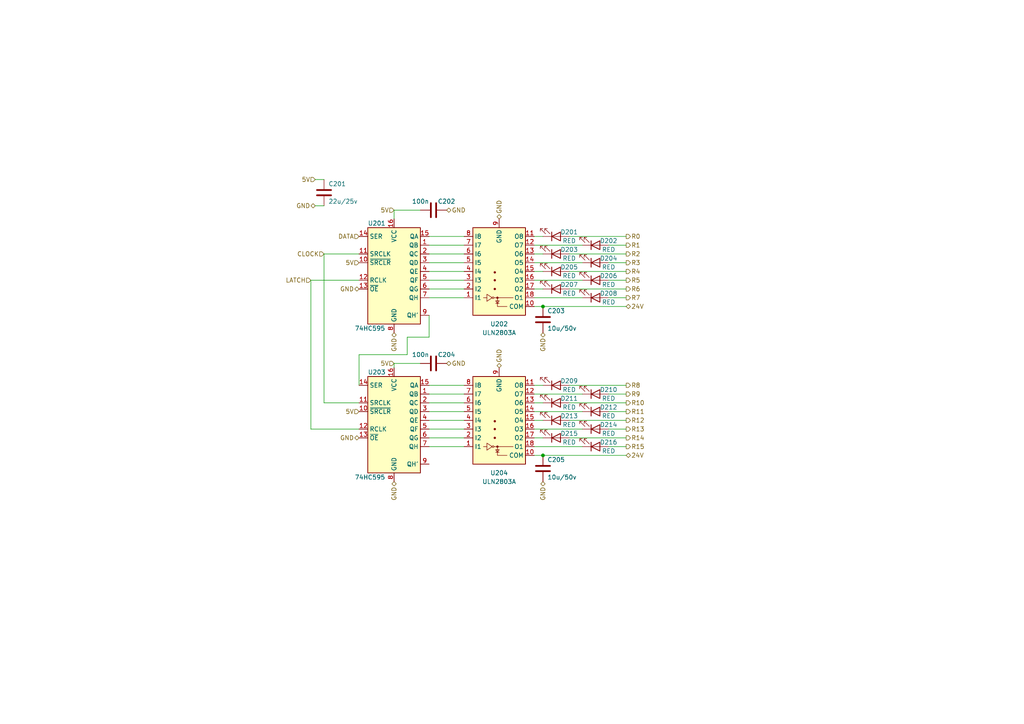
<source format=kicad_sch>
(kicad_sch (version 20211123) (generator eeschema)
  (paper "A4")
  (title_block (title "WormControl-Relay15x5t15-ControlUI") (date "2024-12-16") (rev "0.1") (company "makerspace.lt"))
  (lib_symbols
    (symbol "74xx:74HC595"
      (property "Reference" "U" (at -7.62 13.97 0))
      (property "Value" "74HC595" (at -7.62 -16.51 0))
      (symbol "74HC595_1_0"
        (pin tri_state line (at 10.16 7.62 180) (length 2.54) (name "QB") (number "1"))
        (pin input line (at -10.16 2.54 0) (length 2.54) (name "~{SRCLR}") (number "10"))
        (pin input line (at -10.16 5.08 0) (length 2.54) (name "SRCLK") (number "11"))
        (pin input line (at -10.16 -2.54 0) (length 2.54) (name "RCLK") (number "12"))
        (pin input line (at -10.16 -5.08 0) (length 2.54) (name "~{OE}") (number "13"))
        (pin input line (at -10.16 10.16 0) (length 2.54) (name "SER") (number "14"))
        (pin tri_state line (at 10.16 10.16 180) (length 2.54) (name "QA") (number "15"))
        (pin power_in line (at 0 15.24 270) (length 2.54) (name "VCC") (number "16"))
        (pin tri_state line (at 10.16 5.08 180) (length 2.54) (name "QC") (number "2"))
        (pin tri_state line (at 10.16 2.54 180) (length 2.54) (name "QD") (number "3"))
        (pin tri_state line (at 10.16 0 180) (length 2.54) (name "QE") (number "4"))
        (pin tri_state line (at 10.16 -2.54 180) (length 2.54) (name "QF") (number "5"))
        (pin tri_state line (at 10.16 -5.08 180) (length 2.54) (name "QG") (number "6"))
        (pin tri_state line (at 10.16 -7.62 180) (length 2.54) (name "QH") (number "7"))
        (pin power_in line (at 0 -17.78 90) (length 2.54) (name "GND") (number "8"))
        (pin output line (at 10.16 -12.7 180) (length 2.54) (name "QH'") (number "9"))
      )
      (symbol "74HC595_1_1"
        (rectangle (start -7.62 12.7) (end 7.62 -15.24) (stroke (width 0.254)) (fill (type background)))
      )
    )
    (symbol "Device:C" (pin_numbers hide) (pin_names (offset 0.254))
      (property "Reference" "C" (at 0.635 2.54 0))
      (property "Value" "C" (at 0.635 -2.54 0))
      (symbol "C_0_1"
        (polyline (pts (xy -2.032 -0.762) (xy 2.032 -0.762)) (stroke (width 0.508)))
        (polyline (pts (xy -2.032 0.762) (xy 2.032 0.762)) (stroke (width 0.508)))
      )
      (symbol "C_1_1"
        (pin passive line (at 0 3.81 270) (length 2.794) (name "~") (number "1"))
        (pin passive line (at 0 -3.81 90) (length 2.794) (name "~") (number "2"))
      )
    )
    (symbol "Device:LED" (pin_numbers hide) (pin_names (offset 1.016) hide)
      (property "Reference" "D" (at 0 2.54 0))
      (property "Value" "LED" (at 0 -2.54 0))
      (symbol "LED_0_1"
        (polyline (pts (xy -1.27 -1.27) (xy -1.27 1.27)) (stroke (width 0.254)))
        (polyline (pts (xy -1.27 0) (xy 1.27 0)))
        (polyline (pts (xy 1.27 -1.27) (xy 1.27 1.27) (xy -1.27 0) (xy 1.27 -1.27)) (stroke (width 0.254)))
        (polyline (pts (xy -3.048 -0.762) (xy -4.572 -2.286) (xy -3.81 -2.286) (xy -4.572 -2.286) (xy -4.572 -1.524)))
        (polyline (pts (xy -1.778 -0.762) (xy -3.302 -2.286) (xy -2.54 -2.286) (xy -3.302 -2.286) (xy -3.302 -1.524)))
      )
      (symbol "LED_1_1"
        (pin passive line (at -3.81 0 0) (length 2.54) (name "K") (number "1"))
        (pin passive line (at 3.81 0 180) (length 2.54) (name "A") (number "2"))
      )
    )
    (symbol "Transistor_Array:ULN2803A"
      (property "Reference" "U" (at 0 13.335 0))
      (property "Value" "ULN2803A" (at 0 11.43 0))
      (symbol "ULN2803A_0_1"
        (rectangle (start -7.62 -15.24) (end 7.62 10.16) (stroke (width 0.254)) (fill (type background)))
        (circle (center -1.778 5.08) (radius 0.254))
        (circle (center -1.27 -2.286) (radius 0.254) (fill (type outline)))
        (circle (center -1.27 0) (radius 0.254) (fill (type outline)))
        (circle (center -1.27 2.54) (radius 0.254) (fill (type outline)))
        (circle (center -0.508 5.08) (radius 0.254) (fill (type outline)))
        (polyline (pts (xy -4.572 5.08) (xy -3.556 5.08)))
        (polyline (pts (xy -1.524 5.08) (xy 4.064 5.08)))
        (polyline (pts (xy 0 6.731) (xy -1.016 6.731)))
        (polyline (pts (xy -0.508 5.08) (xy -0.508 7.62) (xy 2.286 7.62)))
        (polyline (pts (xy -3.556 6.096) (xy -3.556 4.064) (xy -2.032 5.08) (xy -3.556 6.096)))
        (polyline (pts (xy 0 5.969) (xy -1.016 5.969) (xy -0.508 6.731) (xy 0 5.969)))
      )
      (symbol "ULN2803A_1_1"
        (pin input line (at -10.16 5.08 0) (length 2.54) (name "I1") (number "1"))
        (pin passive line (at 10.16 7.62 180) (length 2.54) (name "COM") (number "10"))
        (pin open_collector line (at 10.16 -12.7 180) (length 2.54) (name "O8") (number "11"))
        (pin open_collector line (at 10.16 -10.16 180) (length 2.54) (name "O7") (number "12"))
        (pin open_collector line (at 10.16 -7.62 180) (length 2.54) (name "O6") (number "13"))
        (pin open_collector line (at 10.16 -5.08 180) (length 2.54) (name "O5") (number "14"))
        (pin open_collector line (at 10.16 -2.54 180) (length 2.54) (name "O4") (number "15"))
        (pin open_collector line (at 10.16 0 180) (length 2.54) (name "O3") (number "16"))
        (pin open_collector line (at 10.16 2.54 180) (length 2.54) (name "O2") (number "17"))
        (pin open_collector line (at 10.16 5.08 180) (length 2.54) (name "O1") (number "18"))
        (pin input line (at -10.16 2.54 0) (length 2.54) (name "I2") (number "2"))
        (pin input line (at -10.16 0 0) (length 2.54) (name "I3") (number "3"))
        (pin input line (at -10.16 -2.54 0) (length 2.54) (name "I4") (number "4"))
        (pin input line (at -10.16 -5.08 0) (length 2.54) (name "I5") (number "5"))
        (pin input line (at -10.16 -7.62 0) (length 2.54) (name "I6") (number "6"))
        (pin input line (at -10.16 -10.16 0) (length 2.54) (name "I7") (number "7"))
        (pin input line (at -10.16 -12.7 0) (length 2.54) (name "I8") (number "8"))
        (pin power_in line (at 0 -17.78 90) (length 2.54) (name "GND") (number "9"))
      )
    )
  )
  (junction (at 157.48 88.9))
  (junction (at 157.48 132.08))
  (wire (pts (xy 154.94 114.3) (xy 168.91 114.3)))
  (wire (pts (xy 154.94 119.38) (xy 168.91 119.38)))
  (wire (pts (xy 176.53 71.12) (xy 181.61 71.12)))
  (wire (pts (xy 157.48 116.84) (xy 154.94 116.84)))
  (wire (pts (xy 134.62 119.38) (xy 124.46 119.38)))
  (wire (pts (xy 134.62 83.82) (xy 124.46 83.82)))
  (wire (pts (xy 134.62 86.36) (xy 124.46 86.36)))
  (wire (pts (xy 134.62 81.28) (xy 124.46 81.28)))
  (wire (pts (xy 124.46 97.79) (xy 118.11 97.79)))
  (wire (pts (xy 165.1 68.58) (xy 181.61 68.58)))
  (wire (pts (xy 134.62 111.76) (xy 124.46 111.76)))
  (wire (pts (xy 104.14 116.84) (xy 93.98 116.84)))
  (wire (pts (xy 157.48 127) (xy 154.94 127)))
  (wire (pts (xy 91.44 59.69) (xy 93.98 59.69)))
  (wire (pts (xy 157.48 83.82) (xy 154.94 83.82)))
  (wire (pts (xy 114.3 60.96) (xy 114.3 63.5)))
  (wire (pts (xy 121.92 60.96) (xy 114.3 60.96)))
  (wire (pts (xy 176.53 129.54) (xy 181.61 129.54)))
  (wire (pts (xy 154.94 124.46) (xy 168.91 124.46)))
  (wire (pts (xy 157.48 73.66) (xy 154.94 73.66)))
  (wire (pts (xy 134.62 71.12) (xy 124.46 71.12)))
  (wire (pts (xy 134.62 73.66) (xy 124.46 73.66)))
  (wire (pts (xy 157.48 88.9) (xy 181.61 88.9)))
  (wire (pts (xy 134.62 114.3) (xy 124.46 114.3)))
  (wire (pts (xy 176.53 124.46) (xy 181.61 124.46)))
  (wire (pts (xy 157.48 111.76) (xy 154.94 111.76)))
  (wire (pts (xy 134.62 124.46) (xy 124.46 124.46)))
  (wire (pts (xy 154.94 81.28) (xy 168.91 81.28)))
  (wire (pts (xy 134.62 76.2) (xy 124.46 76.2)))
  (wire (pts (xy 154.94 132.08) (xy 157.48 132.08)))
  (wire (pts (xy 121.92 105.41) (xy 114.3 105.41)))
  (wire (pts (xy 91.44 52.07) (xy 93.98 52.07)))
  (wire (pts (xy 154.94 76.2) (xy 168.91 76.2)))
  (wire (pts (xy 157.48 78.74) (xy 154.94 78.74)))
  (wire (pts (xy 165.1 83.82) (xy 181.61 83.82)))
  (wire (pts (xy 165.1 127) (xy 181.61 127)))
  (wire (pts (xy 165.1 73.66) (xy 181.61 73.66)))
  (wire (pts (xy 154.94 71.12) (xy 168.91 71.12)))
  (wire (pts (xy 176.53 76.2) (xy 181.61 76.2)))
  (wire (pts (xy 90.17 81.28) (xy 104.14 81.28)))
  (wire (pts (xy 93.98 73.66) (xy 104.14 73.66)))
  (wire (pts (xy 157.48 132.08) (xy 181.61 132.08)))
  (wire (pts (xy 134.62 121.92) (xy 124.46 121.92)))
  (wire (pts (xy 154.94 129.54) (xy 168.91 129.54)))
  (wire (pts (xy 165.1 78.74) (xy 181.61 78.74)))
  (wire (pts (xy 134.62 68.58) (xy 124.46 68.58)))
  (wire (pts (xy 134.62 78.74) (xy 124.46 78.74)))
  (wire (pts (xy 176.53 119.38) (xy 181.61 119.38)))
  (wire (pts (xy 134.62 129.54) (xy 124.46 129.54)))
  (wire (pts (xy 90.17 124.46) (xy 90.17 81.28)))
  (wire (pts (xy 134.62 116.84) (xy 124.46 116.84)))
  (wire (pts (xy 93.98 116.84) (xy 93.98 73.66)))
  (wire (pts (xy 118.11 102.87) (xy 104.14 102.87)))
  (wire (pts (xy 157.48 121.92) (xy 154.94 121.92)))
  (wire (pts (xy 154.94 86.36) (xy 168.91 86.36)))
  (wire (pts (xy 134.62 127) (xy 124.46 127)))
  (wire (pts (xy 165.1 116.84) (xy 181.61 116.84)))
  (wire (pts (xy 176.53 86.36) (xy 181.61 86.36)))
  (wire (pts (xy 165.1 111.76) (xy 181.61 111.76)))
  (wire (pts (xy 176.53 81.28) (xy 181.61 81.28)))
  (wire (pts (xy 157.48 68.58) (xy 154.94 68.58)))
  (wire (pts (xy 104.14 124.46) (xy 90.17 124.46)))
  (wire (pts (xy 114.3 105.41) (xy 114.3 106.68)))
  (wire (pts (xy 104.14 102.87) (xy 104.14 111.76)))
  (wire (pts (xy 124.46 91.44) (xy 124.46 97.79)))
  (wire (pts (xy 176.53 114.3) (xy 181.61 114.3)))
  (wire (pts (xy 165.1 121.92) (xy 181.61 121.92)))
  (wire (pts (xy 154.94 88.9) (xy 157.48 88.9)))
  (wire (pts (xy 118.11 97.79) (xy 118.11 102.87)))
  (hierarchical_label "R8" (shape output) (at 181.61 111.76 0))
  (hierarchical_label "GND" (shape bidirectional) (at 91.44 59.69 180))
  (hierarchical_label "DATA" (shape input) (at 104.14 68.58 180))
  (hierarchical_label "CLOCK" (shape input) (at 93.98 73.66 180))
  (hierarchical_label "5V" (shape input) (at 114.3 60.96 180))
  (hierarchical_label "GND" (shape bidirectional) (at 129.54 105.41 0))
  (hierarchical_label "R6" (shape output) (at 181.61 83.82 0))
  (hierarchical_label "R10" (shape output) (at 181.61 116.84 0))
  (hierarchical_label "5V" (shape input) (at 104.14 76.2 180))
  (hierarchical_label "24V" (shape bidirectional) (at 181.61 132.08 0))
  (hierarchical_label "R1" (shape output) (at 181.61 71.12 0))
  (hierarchical_label "GND" (shape bidirectional) (at 157.48 139.7 270))
  (hierarchical_label "R4" (shape output) (at 181.61 78.74 0))
  (hierarchical_label "5V" (shape input) (at 114.3 105.41 180))
  (hierarchical_label "R9" (shape output) (at 181.61 114.3 0))
  (hierarchical_label "R13" (shape output) (at 181.61 124.46 0))
  (hierarchical_label "GND" (shape bidirectional) (at 157.48 96.52 270))
  (hierarchical_label "5V" (shape input) (at 104.14 119.38 180))
  (hierarchical_label "R3" (shape output) (at 181.61 76.2 0))
  (hierarchical_label "R2" (shape output) (at 181.61 73.66 0))
  (hierarchical_label "GND" (shape bidirectional) (at 114.3 139.7 270))
  (hierarchical_label "R15" (shape output) (at 181.61 129.54 0))
  (hierarchical_label "GND" (shape bidirectional) (at 144.78 63.5 90))
  (hierarchical_label "GND" (shape bidirectional) (at 129.54 60.96 0))
  (hierarchical_label "R11" (shape output) (at 181.61 119.38 0))
  (hierarchical_label "R5" (shape output) (at 181.61 81.28 0))
  (hierarchical_label "R14" (shape output) (at 181.61 127 0))
  (hierarchical_label "GND" (shape bidirectional) (at 144.78 106.68 90))
  (hierarchical_label "LATCH" (shape input) (at 90.17 81.28 180))
  (hierarchical_label "GND" (shape bidirectional) (at 104.14 83.82 180))
  (hierarchical_label "5V" (shape input) (at 91.44 52.07 180))
  (hierarchical_label "R12" (shape output) (at 181.61 121.92 0))
  (hierarchical_label "GND" (shape bidirectional) (at 104.14 127 180))
  (hierarchical_label "R7" (shape output) (at 181.61 86.36 0))
  (hierarchical_label "24V" (shape bidirectional) (at 181.61 88.9 0))
  (hierarchical_label "GND" (shape bidirectional) (at 114.3 96.52 270))
  (hierarchical_label "R0" (shape output) (at 181.61 68.58 0))
  (symbol (lib_id "Device:LED") (at 161.29 83.82 0) (mirror x) (unit 1)
    (property "Reference" "D207" (at 165.1 82.55 0))
    (property "Value" "RED" (at 165.1 85.09 0))
    (property "Footprint" "-local:LED_1206_3216Metric_ReverseMount" (effects hide))
    (property "Datasheet" "https://www.lcsc.com/datasheet/lcsc_datasheet_2302091130_TOGIALED-TJ-S3216SWETNPLC2R-A5_C5356080.pdf" (effects hide))
  )
  (symbol (lib_id "Device:LED") (at 172.72 114.3 0) (mirror x) (unit 1)
    (property "Reference" "D210" (at 176.53 113.03 0))
    (property "Value" "RED" (at 176.53 115.57 0))
    (property "Footprint" "-local:LED_1206_3216Metric_ReverseMount" (effects hide))
    (property "Datasheet" "https://www.lcsc.com/datasheet/lcsc_datasheet_2302091130_TOGIALED-TJ-S3216SWETNPLC2R-A5_C5356080.pdf" (effects hide))
  )
  (symbol (lib_id "Device:C") (at 157.48 135.89 0) (unit 1)
    (property "Reference" "C205" (at 158.75 133.35 0) (effects (justify left)))
    (property "Value" "10u/50v" (at 158.75 138.43 0) (effects (justify left)))
    (property "Footprint" "Capacitor_SMD:C_0805_2012Metric_Pad1.18x1.45mm_HandSolder" (effects hide))
    (property "Datasheet" "https://www.lcsc.com/datasheet/lcsc_datasheet_2411041759_Murata-Electronics-GRM21BR61H106KE43L_C440198.pdf" (effects hide))
    (property "jlc-part-type" "B" (effects hide))
    (property "lcsc#" "C440198" (effects hide))
  )
  (symbol (lib_id "Device:C") (at 125.73 105.41 90) (unit 1)
    (property "Reference" "C204" (at 132.08 102.87 90) (effects (justify left)))
    (property "Value" "100n" (at 124.46 102.87 90) (effects (justify left)))
    (property "Footprint" "Capacitor_SMD:C_0805_2012Metric_Pad1.18x1.45mm_HandSolder" (effects hide))
    (property "jlc-part-type" "B" (effects hide))
    (property "lcsc#" "C28233" (effects hide))
  )
  (symbol (lib_id "Device:LED") (at 161.29 68.58 0) (mirror x) (unit 1)
    (property "Reference" "D201" (at 165.1 67.31 0))
    (property "Value" "RED" (at 165.1 69.85 0))
    (property "Footprint" "-local:LED_1206_3216Metric_ReverseMount" (effects hide))
    (property "Datasheet" "https://www.lcsc.com/datasheet/lcsc_datasheet_2302091130_TOGIALED-TJ-S3216SWETNPLC2R-A5_C5356080.pdf" (effects hide))
  )
  (symbol (lib_id "Device:LED") (at 161.29 116.84 0) (mirror x) (unit 1)
    (property "Reference" "D211" (at 165.1 115.57 0))
    (property "Value" "RED" (at 165.1 118.11 0))
    (property "Footprint" "-local:LED_1206_3216Metric_ReverseMount" (effects hide))
    (property "Datasheet" "https://www.lcsc.com/datasheet/lcsc_datasheet_2302091130_TOGIALED-TJ-S3216SWETNPLC2R-A5_C5356080.pdf" (effects hide))
  )
  (symbol (lib_id "Device:LED") (at 172.72 124.46 0) (mirror x) (unit 1)
    (property "Reference" "D214" (at 176.53 123.19 0))
    (property "Value" "RED" (at 176.53 125.73 0))
    (property "Footprint" "-local:LED_1206_3216Metric_ReverseMount" (effects hide))
    (property "Datasheet" "https://www.lcsc.com/datasheet/lcsc_datasheet_2302091130_TOGIALED-TJ-S3216SWETNPLC2R-A5_C5356080.pdf" (effects hide))
  )
  (symbol (lib_id "Device:LED") (at 161.29 121.92 0) (mirror x) (unit 1)
    (property "Reference" "D213" (at 165.1 120.65 0))
    (property "Value" "RED" (at 165.1 123.19 0))
    (property "Footprint" "-local:LED_1206_3216Metric_ReverseMount" (effects hide))
    (property "Datasheet" "https://www.lcsc.com/datasheet/lcsc_datasheet_2302091130_TOGIALED-TJ-S3216SWETNPLC2R-A5_C5356080.pdf" (effects hide))
  )
  (symbol (lib_id "Device:LED") (at 161.29 111.76 0) (mirror x) (unit 1)
    (property "Reference" "D209" (at 165.1 110.49 0))
    (property "Value" "RED" (at 165.1 113.03 0))
    (property "Footprint" "-local:LED_1206_3216Metric_ReverseMount" (effects hide))
    (property "Datasheet" "https://www.lcsc.com/datasheet/lcsc_datasheet_2302091130_TOGIALED-TJ-S3216SWETNPLC2R-A5_C5356080.pdf" (effects hide))
  )
  (symbol (lib_id "Device:LED") (at 172.72 81.28 0) (mirror x) (unit 1)
    (property "Reference" "D206" (at 176.53 80.01 0))
    (property "Value" "RED" (at 176.53 82.55 0))
    (property "Footprint" "-local:LED_1206_3216Metric_ReverseMount" (effects hide))
    (property "Datasheet" "https://www.lcsc.com/datasheet/lcsc_datasheet_2302091130_TOGIALED-TJ-S3216SWETNPLC2R-A5_C5356080.pdf" (effects hide))
  )
  (symbol (lib_id "Device:LED") (at 172.72 76.2 0) (mirror x) (unit 1)
    (property "Reference" "D204" (at 176.53 74.93 0))
    (property "Value" "RED" (at 176.53 77.47 0))
    (property "Footprint" "-local:LED_1206_3216Metric_ReverseMount" (effects hide))
    (property "Datasheet" "https://www.lcsc.com/datasheet/lcsc_datasheet_2302091130_TOGIALED-TJ-S3216SWETNPLC2R-A5_C5356080.pdf" (effects hide))
  )
  (symbol (lib_id "Device:LED") (at 172.72 86.36 0) (mirror x) (unit 1)
    (property "Reference" "D208" (at 176.53 85.09 0))
    (property "Value" "RED" (at 176.53 87.63 0))
    (property "Footprint" "-local:LED_1206_3216Metric_ReverseMount" (effects hide))
    (property "Datasheet" "https://www.lcsc.com/datasheet/lcsc_datasheet_2302091130_TOGIALED-TJ-S3216SWETNPLC2R-A5_C5356080.pdf" (effects hide))
  )
  (symbol (lib_id "74xx:74HC595") (at 114.3 78.74 0) (unit 1)
    (property "Reference" "U201" (at 106.68 64.77 0) (effects (justify left)))
    (property "Value" "74HC595" (at 102.87 95.25 0) (effects (justify left)))
    (property "Footprint" "Package_SO:SOIC-16_3.9x9.9mm_P1.27mm" (effects hide))
    (property "Datasheet" "https://www.lcsc.com/datasheet/lcsc_datasheet_2407241044_Nexperia-74HC595D-118_C5947.pdf" (effects hide))
    (property "jlc-part-type" "B" (effects hide))
    (property "lcsc#" "C5947" (effects hide))
  )
  (symbol (lib_id "Device:LED") (at 172.72 129.54 0) (mirror x) (unit 1)
    (property "Reference" "D216" (at 176.53 128.27 0))
    (property "Value" "RED" (at 176.53 130.81 0))
    (property "Footprint" "-local:LED_1206_3216Metric_ReverseMount" (effects hide))
    (property "Datasheet" "https://www.lcsc.com/datasheet/lcsc_datasheet_2302091130_TOGIALED-TJ-S3216SWETNPLC2R-A5_C5356080.pdf" (effects hide))
  )
  (symbol (lib_id "74xx:74HC595") (at 114.3 121.92 0) (unit 1)
    (property "Reference" "U203" (at 106.68 107.95 0) (effects (justify left)))
    (property "Value" "74HC595" (at 102.87 138.43 0) (effects (justify left)))
    (property "Footprint" "Package_SO:SOIC-16_3.9x9.9mm_P1.27mm" (effects hide))
    (property "Datasheet" "https://www.lcsc.com/datasheet/lcsc_datasheet_2407241044_Nexperia-74HC595D-118_C5947.pdf" (effects hide))
    (property "jlc-part-type" "B" (effects hide))
    (property "lcsc#" "C5947" (effects hide))
  )
  (symbol (lib_id "Device:LED") (at 172.72 119.38 0) (mirror x) (unit 1)
    (property "Reference" "D212" (at 176.53 118.11 0))
    (property "Value" "RED" (at 176.53 120.65 0))
    (property "Footprint" "-local:LED_1206_3216Metric_ReverseMount" (effects hide))
    (property "Datasheet" "https://www.lcsc.com/datasheet/lcsc_datasheet_2302091130_TOGIALED-TJ-S3216SWETNPLC2R-A5_C5356080.pdf" (effects hide))
  )
  (symbol (lib_id "Device:LED") (at 161.29 78.74 0) (mirror x) (unit 1)
    (property "Reference" "D205" (at 165.1 77.47 0))
    (property "Value" "RED" (at 165.1 80.01 0))
    (property "Footprint" "-local:LED_1206_3216Metric_ReverseMount" (effects hide))
    (property "Datasheet" "https://www.lcsc.com/datasheet/lcsc_datasheet_2302091130_TOGIALED-TJ-S3216SWETNPLC2R-A5_C5356080.pdf" (effects hide))
  )
  (symbol (lib_id "Device:LED") (at 161.29 73.66 0) (mirror x) (unit 1)
    (property "Reference" "D203" (at 165.1 72.39 0))
    (property "Value" "RED" (at 165.1 74.93 0))
    (property "Footprint" "-local:LED_1206_3216Metric_ReverseMount" (effects hide))
    (property "Datasheet" "https://www.lcsc.com/datasheet/lcsc_datasheet_2302091130_TOGIALED-TJ-S3216SWETNPLC2R-A5_C5356080.pdf" (effects hide))
  )
  (symbol (lib_id "Device:LED") (at 172.72 71.12 0) (mirror x) (unit 1)
    (property "Reference" "D202" (at 176.53 69.85 0))
    (property "Value" "RED" (at 176.53 72.39 0))
    (property "Footprint" "-local:LED_1206_3216Metric_ReverseMount" (effects hide))
    (property "Datasheet" "https://www.lcsc.com/datasheet/lcsc_datasheet_2302091130_TOGIALED-TJ-S3216SWETNPLC2R-A5_C5356080.pdf" (effects hide))
  )
  (symbol (lib_id "Device:LED") (at 161.29 127 0) (mirror x) (unit 1)
    (property "Reference" "D215" (at 165.1 125.73 0))
    (property "Value" "RED" (at 165.1 128.27 0))
    (property "Footprint" "-local:LED_1206_3216Metric_ReverseMount" (effects hide))
    (property "Datasheet" "https://www.lcsc.com/datasheet/lcsc_datasheet_2302091130_TOGIALED-TJ-S3216SWETNPLC2R-A5_C5356080.pdf" (effects hide))
  )
  (symbol (lib_id "Device:C") (at 93.98 55.88 0) (unit 1)
    (property "Reference" "C201" (at 95.25 53.34 0) (effects (justify left)))
    (property "Value" "22u/25v" (at 95.25 58.42 0) (effects (justify left)))
    (property "Footprint" "Capacitor_SMD:C_0805_2012Metric_Pad1.18x1.45mm_HandSolder" (effects hide))
    (property "Datasheet" "https://www.lcsc.com/datasheet/lcsc_datasheet_2304140030_Samsung-Electro-Mechanics-CL21A226MAQNNNE_C45783.pdf" (effects hide))
    (property "jlc-part-type" "B" (effects hide))
    (property "lcsc#" "C45783" (effects hide))
  )
  (symbol (lib_id "Device:C") (at 157.48 92.71 0) (unit 1)
    (property "Reference" "C203" (at 158.75 90.17 0) (effects (justify left)))
    (property "Value" "10u/50v" (at 158.75 95.25 0) (effects (justify left)))
    (property "Footprint" "Capacitor_SMD:C_0805_2012Metric_Pad1.18x1.45mm_HandSolder" (effects hide))
    (property "Datasheet" "https://www.lcsc.com/datasheet/lcsc_datasheet_2411041759_Murata-Electronics-GRM21BR61H106KE43L_C440198.pdf" (effects hide))
    (property "jlc-part-type" "B" (effects hide))
    (property "lcsc#" "C440198" (effects hide))
  )
  (symbol (lib_id "Device:C") (at 125.73 60.96 90) (unit 1)
    (property "Reference" "C202" (at 132.08 58.42 90) (effects (justify left)))
    (property "Value" "100n" (at 124.46 58.42 90) (effects (justify left)))
    (property "Footprint" "Capacitor_SMD:C_0805_2012Metric_Pad1.18x1.45mm_HandSolder" (effects hide))
    (property "jlc-part-type" "B" (effects hide))
    (property "lcsc#" "C28233" (effects hide))
  )
  (symbol (lib_id "Transistor_Array:ULN2803A") (at 144.78 81.28 0) (mirror x) (unit 1)
    (property "Reference" "U202" (at 144.78 93.98 0))
    (property "Value" "ULN2803A" (at 144.78 96.52 0))
    (property "Footprint" "Package_SO:SOIC-18W_7.5x11.6mm_P1.27mm" (effects hide))
    (property "Datasheet" "https://www.lcsc.com/datasheet/lcsc_datasheet_2311091738_UMW-Youtai-Semiconductor-Co---Ltd--ULN2803A_C845537.pdf" (effects hide))
  )
  (symbol (lib_id "Transistor_Array:ULN2803A") (at 144.78 124.46 0) (mirror x) (unit 1)
    (property "Reference" "U204" (at 144.78 137.16 0))
    (property "Value" "ULN2803A" (at 144.78 139.7 0))
    (property "Footprint" "Package_SO:SOIC-18W_7.5x11.6mm_P1.27mm" (effects hide))
    (property "Datasheet" "https://www.lcsc.com/datasheet/lcsc_datasheet_2311091738_UMW-Youtai-Semiconductor-Co---Ltd--ULN2803A_C845537.pdf" (effects hide))
  )
)
</source>
